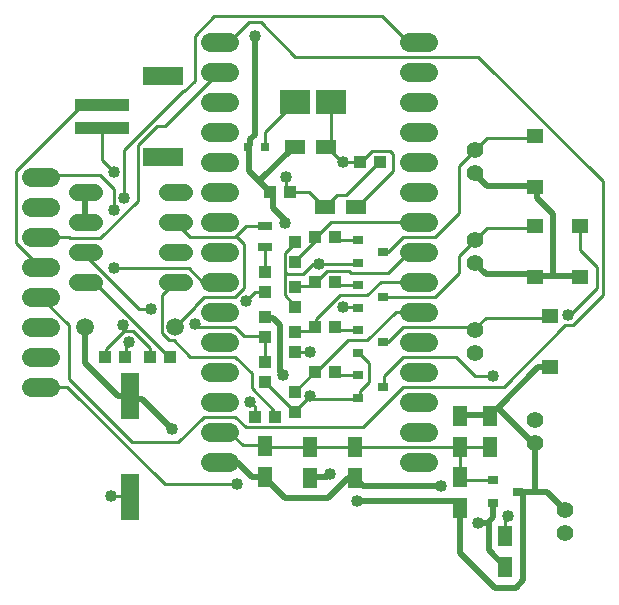
<source format=gbr>
G04 EAGLE Gerber RS-274X export*
G75*
%MOMM*%
%FSLAX34Y34*%
%LPD*%
%INTop Copper*%
%IPPOS*%
%AMOC8*
5,1,8,0,0,1.08239X$1,22.5*%
G01*
%ADD10C,1.625600*%
%ADD11R,1.188700X1.795500*%
%ADD12C,1.422400*%
%ADD13R,1.100000X1.000000*%
%ADD14R,1.000000X1.100000*%
%ADD15R,1.470000X1.270000*%
%ADD16R,0.900000X0.800000*%
%ADD17R,1.795500X1.188700*%
%ADD18R,2.500000X2.000000*%
%ADD19R,0.800000X0.800000*%
%ADD20C,1.422400*%
%ADD21R,1.600000X3.900000*%
%ADD22C,1.509600*%
%ADD23R,1.200000X0.800000*%
%ADD24R,4.600000X1.000000*%
%ADD25R,3.400000X1.600000*%
%ADD26C,0.254000*%
%ADD27C,1.016000*%
%ADD28C,0.508000*%


D10*
X185420Y469900D02*
X169164Y469900D01*
X169164Y444500D02*
X185420Y444500D01*
X185420Y419100D02*
X169164Y419100D01*
X169164Y393700D02*
X185420Y393700D01*
X185420Y368300D02*
X169164Y368300D01*
X169164Y342900D02*
X185420Y342900D01*
X185420Y317500D02*
X169164Y317500D01*
X169164Y292100D02*
X185420Y292100D01*
X185420Y266700D02*
X169164Y266700D01*
X169164Y241300D02*
X185420Y241300D01*
X185420Y215900D02*
X169164Y215900D01*
X169164Y190500D02*
X185420Y190500D01*
X185420Y165100D02*
X169164Y165100D01*
X169164Y139700D02*
X185420Y139700D01*
X185420Y114300D02*
X169164Y114300D01*
X337820Y114300D02*
X354076Y114300D01*
X354076Y139700D02*
X337820Y139700D01*
X337820Y165100D02*
X354076Y165100D01*
X354076Y190500D02*
X337820Y190500D01*
X337820Y215900D02*
X354076Y215900D01*
X354076Y241300D02*
X337820Y241300D01*
X337820Y266700D02*
X354076Y266700D01*
X354076Y292100D02*
X337820Y292100D01*
X337820Y317500D02*
X354076Y317500D01*
X354076Y342900D02*
X337820Y342900D01*
X337820Y368300D02*
X354076Y368300D01*
X354076Y393700D02*
X337820Y393700D01*
X337820Y419100D02*
X354076Y419100D01*
X354076Y444500D02*
X337820Y444500D01*
X337800Y469900D02*
X354056Y469900D01*
D11*
X292100Y100802D03*
X292100Y127000D03*
D12*
X469900Y73500D03*
X469900Y53500D03*
D11*
X381000Y153198D03*
X381000Y127000D03*
D13*
X258200Y304800D03*
X275200Y304800D03*
D14*
X241300Y300600D03*
X241300Y283600D03*
D12*
X393700Y358300D03*
X393700Y378300D03*
D15*
X444500Y389800D03*
X444500Y346800D03*
D11*
X381000Y75402D03*
X381000Y101600D03*
D13*
X258200Y266700D03*
X275200Y266700D03*
D14*
X241300Y245500D03*
X241300Y262500D03*
D12*
X393700Y282100D03*
X393700Y302100D03*
D15*
X444500Y313600D03*
X444500Y270600D03*
D11*
X254000Y100802D03*
X254000Y127000D03*
D13*
X258200Y228600D03*
X275200Y228600D03*
D14*
X241300Y207400D03*
X241300Y224400D03*
D12*
X393700Y205900D03*
X393700Y225900D03*
D15*
X457200Y237400D03*
X457200Y194400D03*
D11*
X406400Y153198D03*
X406400Y127000D03*
D13*
X258200Y190500D03*
X275200Y190500D03*
D14*
X241300Y156600D03*
X241300Y173600D03*
D12*
X444500Y129700D03*
X444500Y149700D03*
D15*
X482600Y313600D03*
X482600Y270600D03*
D16*
X294800Y301600D03*
X294800Y282600D03*
X315800Y292100D03*
X294800Y263500D03*
X294800Y244500D03*
X315800Y254000D03*
X294800Y225400D03*
X294800Y206400D03*
X315800Y215900D03*
X294800Y187300D03*
X294800Y168300D03*
X315800Y177800D03*
X409100Y98400D03*
X409100Y79400D03*
X430100Y88900D03*
D17*
X240901Y381000D03*
X267099Y381000D03*
D11*
X215900Y101201D03*
X215900Y127399D03*
D17*
X266301Y330200D03*
X292499Y330200D03*
D13*
X220100Y342900D03*
X237100Y342900D03*
X313300Y368300D03*
X296300Y368300D03*
D11*
X419100Y25001D03*
X419100Y51199D03*
D18*
X271780Y419100D03*
X241300Y419100D03*
D19*
X215900Y381000D03*
X200900Y381000D03*
D20*
X146812Y266700D02*
X132588Y266700D01*
X132588Y292100D02*
X146812Y292100D01*
X70612Y292100D02*
X56388Y292100D01*
X56388Y266700D02*
X70612Y266700D01*
X132588Y317500D02*
X146812Y317500D01*
X146812Y342900D02*
X132588Y342900D01*
X70612Y317500D02*
X56388Y317500D01*
X56388Y342900D02*
X70612Y342900D01*
D14*
X215900Y258200D03*
X215900Y275200D03*
D13*
X207400Y152400D03*
X224400Y152400D03*
D14*
X215900Y220100D03*
X215900Y237100D03*
X215900Y182000D03*
X215900Y199000D03*
D13*
X135500Y203200D03*
X118500Y203200D03*
X80400Y203200D03*
X97400Y203200D03*
D21*
X101600Y84500D03*
X101600Y169500D03*
D22*
X139700Y228600D03*
X63500Y228600D03*
D23*
X215900Y295800D03*
X215900Y313800D03*
D24*
X77300Y416400D03*
X77300Y396400D03*
D25*
X129300Y440400D03*
X129300Y372400D03*
D10*
X33528Y177800D02*
X17272Y177800D01*
X17272Y203200D02*
X33528Y203200D01*
X33528Y228600D02*
X17272Y228600D01*
X17272Y254000D02*
X33528Y254000D01*
X33528Y279400D02*
X17272Y279400D01*
X17272Y304800D02*
X33528Y304800D01*
X33528Y330200D02*
X17272Y330200D01*
X17272Y355600D02*
X33528Y355600D01*
D26*
X280670Y368300D02*
X281940Y368300D01*
X296300Y368300D01*
X280670Y368300D02*
X267970Y381000D01*
X267099Y381000D01*
X293370Y330200D02*
X323850Y360680D01*
X323850Y374650D01*
X321310Y377190D01*
X306070Y377190D01*
X297180Y368300D01*
X293370Y330200D02*
X292499Y330200D01*
X296300Y368300D02*
X297180Y368300D01*
X271780Y383540D02*
X271780Y419100D01*
X271780Y383540D02*
X269240Y381000D01*
X267099Y381000D01*
X295910Y173990D02*
X295910Y168910D01*
X295910Y173990D02*
X303530Y181610D01*
X303530Y198120D01*
X295910Y205740D01*
X295910Y168910D02*
X294800Y168300D01*
X295910Y205740D02*
X294800Y206400D01*
X241300Y156210D02*
X215900Y181610D01*
X215900Y182000D01*
X241300Y156600D02*
X241300Y156210D01*
X251460Y167640D02*
X254000Y167640D01*
X294640Y167640D01*
X251460Y167640D02*
X241300Y157480D01*
X294640Y167640D02*
X294800Y168300D01*
X241300Y157480D02*
X241300Y156600D01*
X256540Y281940D02*
X261620Y281940D01*
X294640Y281940D01*
X256540Y281940D02*
X247650Y273050D01*
X234950Y273050D01*
X233045Y274955D02*
X232410Y275590D01*
X233045Y274955D02*
X234950Y273050D01*
X232410Y275590D02*
X232410Y290830D01*
X241300Y299720D01*
X294800Y282600D02*
X294640Y281940D01*
X241300Y299720D02*
X241300Y300600D01*
X232410Y255270D02*
X241300Y246380D01*
X232410Y255270D02*
X232410Y274320D01*
X241300Y246380D02*
X241300Y245500D01*
X232410Y274320D02*
X233045Y274955D01*
X383540Y99060D02*
X408940Y99060D01*
X383540Y99060D02*
X381000Y101600D01*
X408940Y99060D02*
X409100Y98400D01*
X406400Y127000D02*
X381000Y127000D01*
X381000Y101600D01*
X294640Y245110D02*
X281940Y245110D01*
X294640Y245110D02*
X294800Y244500D01*
X97790Y213360D02*
X97790Y203200D01*
X97790Y213360D02*
X100330Y215900D01*
X97790Y203200D02*
X97400Y203200D01*
X207010Y161290D02*
X207010Y152400D01*
X207010Y161290D02*
X203200Y165100D01*
X207010Y152400D02*
X207400Y152400D01*
X241300Y207010D02*
X254000Y207010D01*
X241300Y207010D02*
X241300Y207400D01*
X419100Y66040D02*
X419100Y51199D01*
X419100Y66040D02*
X421640Y68580D01*
X215900Y128270D02*
X196850Y128270D01*
X185420Y139700D01*
X215900Y128270D02*
X215900Y127399D01*
X215900Y127000D02*
X254000Y127000D01*
X215900Y127000D02*
X215900Y127399D01*
X254000Y127000D02*
X292100Y127000D01*
X381000Y127000D01*
X101600Y85090D02*
X85090Y85090D01*
X101600Y85090D02*
X101600Y84500D01*
X76200Y415290D02*
X59690Y415290D01*
X5080Y360680D01*
X5080Y299720D01*
X25400Y279400D01*
X76200Y415290D02*
X77300Y416400D01*
X254000Y170180D02*
X254000Y167640D01*
D27*
X281940Y245110D03*
X100330Y215900D03*
X203200Y165100D03*
X254000Y207010D03*
X421640Y68580D03*
X85090Y85090D03*
X261620Y281940D03*
X254000Y170180D03*
X281940Y368300D03*
D28*
X63500Y342900D02*
X63500Y317500D01*
X201930Y360680D02*
X201930Y381000D01*
X210820Y351790D02*
X219710Y342900D01*
X210820Y351790D02*
X201930Y360680D01*
X201930Y381000D02*
X200900Y381000D01*
X219710Y342900D02*
X220100Y342900D01*
X210820Y351790D02*
X240030Y381000D01*
X240901Y381000D01*
X207010Y391160D02*
X207010Y474980D01*
X207010Y391160D02*
X203200Y387350D01*
X203200Y382270D01*
X200900Y381000D01*
X63500Y228600D02*
X63500Y198120D01*
X91440Y170180D01*
X101600Y170180D01*
X101600Y169500D01*
X408940Y78740D02*
X408940Y67310D01*
X405130Y63500D01*
X405130Y39370D01*
X419100Y25400D01*
X408940Y78740D02*
X409100Y79400D01*
X419100Y25400D02*
X419100Y25001D01*
X222250Y236220D02*
X215900Y236220D01*
X222250Y236220D02*
X228600Y229870D01*
X228600Y190500D01*
X231140Y187960D01*
X215900Y236220D02*
X215900Y237100D01*
X215900Y101600D02*
X204470Y101600D01*
X191770Y114300D01*
X185420Y114300D01*
X215900Y101600D02*
X215900Y101201D01*
X285750Y100330D02*
X292100Y100330D01*
X285750Y100330D02*
X269240Y83820D01*
X232410Y83820D01*
X217170Y99060D01*
X292100Y100330D02*
X292100Y100802D01*
X217170Y99060D02*
X215900Y101201D01*
X396240Y62230D02*
X403860Y62230D01*
X364490Y93980D02*
X298450Y93980D01*
X293370Y99060D01*
X403860Y62230D02*
X405130Y63500D01*
X293370Y99060D02*
X292100Y100802D01*
X111760Y167640D02*
X102870Y167640D01*
X111760Y167640D02*
X137160Y142240D01*
X102870Y167640D02*
X101600Y169500D01*
X222250Y328930D02*
X222250Y341630D01*
X222250Y328930D02*
X232410Y318770D01*
X232410Y316230D01*
X222250Y341630D02*
X220100Y342900D01*
D27*
X207010Y474980D03*
X231140Y187960D03*
X396240Y62230D03*
X364490Y93980D03*
X137160Y142240D03*
X232410Y316230D03*
D28*
X403860Y347980D02*
X444500Y347980D01*
X403860Y347980D02*
X393700Y358140D01*
X444500Y347980D02*
X444500Y346800D01*
X393700Y358140D02*
X393700Y358300D01*
X459740Y271780D02*
X482600Y271780D01*
X459740Y271780D02*
X444500Y271780D01*
X444500Y270600D01*
X482600Y270600D02*
X482600Y271780D01*
X443230Y273050D02*
X402590Y273050D01*
X393700Y281940D01*
X443230Y273050D02*
X444500Y270600D01*
X393700Y281940D02*
X393700Y282100D01*
X445770Y337820D02*
X445770Y345440D01*
X445770Y337820D02*
X459740Y323850D01*
X459740Y271780D01*
X445770Y345440D02*
X444500Y346800D01*
X447040Y194310D02*
X457200Y194310D01*
X412750Y160020D02*
X406400Y153670D01*
X412750Y160020D02*
X447040Y194310D01*
X457200Y194310D02*
X457200Y194400D01*
X406400Y153670D02*
X406400Y153198D01*
X405130Y153670D02*
X381000Y153670D01*
X381000Y153198D01*
X405130Y153670D02*
X406400Y153198D01*
X444500Y88900D02*
X454660Y88900D01*
X444500Y88900D02*
X430100Y88900D01*
X454660Y88900D02*
X469900Y73660D01*
X469900Y73500D01*
X381000Y75402D02*
X381000Y36830D01*
X410210Y7620D01*
X427990Y7620D01*
X434340Y13970D01*
X434340Y87630D01*
X430100Y88900D01*
X267970Y101600D02*
X254000Y101600D01*
X267970Y101600D02*
X270510Y104140D01*
X293370Y81280D02*
X375920Y81280D01*
X379730Y77470D01*
X254000Y100802D02*
X254000Y101600D01*
X379730Y77470D02*
X381000Y75402D01*
X444500Y88900D02*
X444500Y129700D01*
X443230Y129540D02*
X412750Y160020D01*
X443230Y129540D02*
X444500Y129700D01*
D27*
X270510Y104140D03*
X293370Y81280D03*
D26*
X241300Y284480D02*
X257810Y300990D01*
X257810Y304800D01*
X241300Y284480D02*
X241300Y283600D01*
X257810Y304800D02*
X258200Y304800D01*
X259080Y304800D02*
X271780Y317500D01*
X337820Y317500D01*
X259080Y304800D02*
X258200Y304800D01*
X315800Y292100D02*
X320040Y292100D01*
X332740Y304800D01*
X359410Y304800D01*
X379730Y325120D01*
X379730Y364490D01*
X393700Y378460D01*
X403860Y388620D02*
X444500Y388620D01*
X403860Y388620D02*
X393700Y378460D01*
X444500Y388620D02*
X444500Y389800D01*
X393700Y378460D02*
X393700Y378300D01*
X254000Y262890D02*
X241300Y262890D01*
X254000Y262890D02*
X257810Y266700D01*
X241300Y262890D02*
X241300Y262500D01*
X257810Y266700D02*
X258200Y266700D01*
X259080Y266700D02*
X267970Y275590D01*
X287020Y275590D01*
X288290Y274320D01*
X320040Y274320D01*
X337820Y292100D01*
X259080Y266700D02*
X258200Y266700D01*
X315800Y254000D02*
X359410Y254000D01*
X379730Y274320D01*
X379730Y288290D01*
X393700Y302260D01*
X403860Y312420D02*
X444500Y312420D01*
X403860Y312420D02*
X393700Y302260D01*
X444500Y312420D02*
X444500Y313600D01*
X393700Y302260D02*
X393700Y302100D01*
X254000Y224790D02*
X241300Y224790D01*
X254000Y224790D02*
X257810Y228600D01*
X241300Y224790D02*
X241300Y224400D01*
X257810Y228600D02*
X258200Y228600D01*
X259080Y228600D02*
X259080Y234950D01*
X279400Y255270D01*
X302260Y255270D01*
X313690Y266700D01*
X337820Y266700D01*
X259080Y228600D02*
X258200Y228600D01*
X315800Y215900D02*
X320040Y215900D01*
X332740Y228600D01*
X391160Y228600D01*
X393700Y226060D01*
X393700Y225900D01*
X402590Y236220D02*
X457200Y236220D01*
X402590Y236220D02*
X393700Y227330D01*
X457200Y236220D02*
X457200Y237400D01*
X393700Y227330D02*
X393700Y225900D01*
X257810Y190500D02*
X241300Y173990D01*
X241300Y173600D01*
X257810Y190500D02*
X258200Y190500D01*
X259080Y190500D02*
X285750Y217170D01*
X302260Y217170D01*
X326390Y241300D01*
X337820Y241300D01*
X259080Y190500D02*
X258200Y190500D01*
X316230Y186690D02*
X316230Y177800D01*
X316230Y186690D02*
X332740Y203200D01*
X377190Y203200D01*
X393700Y186690D01*
X408940Y186690D01*
X316230Y177800D02*
X315800Y177800D01*
X482600Y293370D02*
X482600Y313600D01*
X482600Y293370D02*
X496570Y279400D01*
X496570Y261620D01*
X473710Y238760D01*
X472440Y238760D01*
D27*
X408940Y186690D03*
X472440Y238760D03*
D26*
X294640Y302260D02*
X278130Y302260D01*
X275590Y304800D01*
X294640Y302260D02*
X294800Y301600D01*
X275590Y304800D02*
X275200Y304800D01*
X278130Y264160D02*
X294640Y264160D01*
X278130Y264160D02*
X275590Y266700D01*
X294640Y264160D02*
X294800Y263500D01*
X275590Y266700D02*
X275200Y266700D01*
X278130Y226060D02*
X294640Y226060D01*
X278130Y226060D02*
X275590Y228600D01*
X294640Y226060D02*
X294800Y225400D01*
X275590Y228600D02*
X275200Y228600D01*
X278130Y187960D02*
X294640Y187960D01*
X278130Y187960D02*
X275590Y190500D01*
X294640Y187960D02*
X294800Y187300D01*
X275590Y190500D02*
X275200Y190500D01*
X252730Y342900D02*
X237100Y342900D01*
X252730Y342900D02*
X265430Y330200D01*
X266301Y330200D01*
X284480Y340360D02*
X312420Y368300D01*
X284480Y340360D02*
X276860Y340360D01*
X266700Y330200D01*
X312420Y368300D02*
X313300Y368300D01*
X266700Y330200D02*
X266301Y330200D01*
X233680Y345440D02*
X233680Y355600D01*
X233680Y345440D02*
X236220Y342900D01*
X237100Y342900D01*
D27*
X233680Y355600D03*
D26*
X215900Y381000D02*
X215900Y393700D01*
X241300Y419100D01*
X215900Y313690D02*
X199390Y313690D01*
X191135Y305435D02*
X190500Y304800D01*
X191135Y305435D02*
X199390Y313690D01*
X190500Y304800D02*
X152400Y304800D01*
X139700Y317500D01*
X215900Y313800D02*
X215900Y313690D01*
X156210Y245110D02*
X139700Y228600D01*
X156210Y245110D02*
X156210Y246380D01*
X163830Y254000D01*
X190500Y254000D01*
X198120Y261620D01*
X198120Y298450D01*
X191135Y305435D01*
X223520Y157480D02*
X223520Y152400D01*
X223520Y157480D02*
X204470Y176530D01*
X204470Y189230D01*
X190500Y203200D01*
X152400Y203200D01*
X138430Y217170D01*
X134620Y217170D01*
X128270Y223520D01*
X128270Y255270D01*
X139700Y266700D01*
X223520Y152400D02*
X224400Y152400D01*
X215900Y257810D02*
X207010Y257810D01*
X199390Y250190D01*
X215900Y257810D02*
X215900Y258200D01*
D27*
X199390Y250190D03*
D26*
X215900Y220100D02*
X215900Y199000D01*
X215900Y220980D02*
X198120Y220980D01*
X190500Y228600D01*
X158750Y228600D01*
X156210Y231140D01*
X119380Y243840D02*
X109220Y243840D01*
X63500Y289560D01*
X63500Y292100D01*
X215900Y220980D02*
X215900Y220100D01*
D27*
X156210Y231140D03*
X119380Y243840D03*
D26*
X134620Y203200D02*
X71120Y266700D01*
X63500Y266700D01*
X134620Y203200D02*
X135500Y203200D01*
X215900Y275200D02*
X215900Y295800D01*
X81280Y209550D02*
X81280Y203200D01*
X95885Y224155D02*
X96520Y224790D01*
X95885Y224155D02*
X81280Y209550D01*
X96520Y224790D02*
X104140Y224790D01*
X118110Y210820D01*
X118110Y203200D01*
X81280Y203200D02*
X80400Y203200D01*
X118110Y203200D02*
X118500Y203200D01*
X95250Y224790D02*
X95250Y229870D01*
X95250Y224790D02*
X95885Y224155D01*
X77470Y369570D02*
X77470Y396240D01*
X77470Y369570D02*
X87630Y359410D01*
X77470Y396240D02*
X77300Y396400D01*
D27*
X95250Y229870D03*
X87630Y359410D03*
D26*
X48260Y177800D02*
X25400Y177800D01*
X48260Y177800D02*
X130810Y95250D01*
X191770Y95250D01*
D27*
X191770Y95250D03*
D26*
X96520Y337820D02*
X96520Y378460D01*
X146050Y427990D01*
X147320Y427990D01*
X156210Y436880D01*
X156210Y474980D01*
X172720Y491490D01*
X314960Y491490D01*
X336550Y469900D01*
X337800Y469900D01*
D27*
X96520Y337820D03*
D26*
X25400Y254000D02*
X49530Y229870D01*
X49530Y184150D01*
X102870Y130810D01*
X142240Y130810D01*
X163830Y152400D01*
X190500Y152400D01*
X199390Y143510D01*
X298450Y143510D01*
X332740Y177800D01*
X417830Y177800D01*
X469900Y229870D01*
X476250Y229870D01*
X501650Y255270D01*
X501650Y351790D01*
X396240Y457200D01*
X241300Y457200D01*
X212090Y486410D01*
X201930Y486410D01*
X185420Y469900D01*
X49530Y304800D02*
X25400Y304800D01*
X49530Y304800D02*
X50800Y303530D01*
X76200Y303530D01*
X107950Y335280D01*
X107950Y382270D01*
X124460Y398780D01*
X130810Y398780D01*
X176530Y444500D01*
X185420Y444500D01*
X185420Y266700D02*
X162560Y266700D01*
X151130Y278130D01*
X87630Y278130D01*
X87630Y327660D02*
X87630Y345440D01*
X76200Y356870D01*
X26670Y356870D01*
X25400Y355600D01*
D27*
X87630Y278130D03*
X87630Y327660D03*
M02*

</source>
